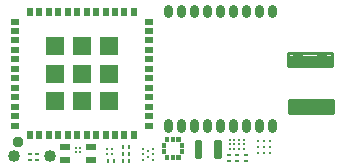
<source format=gbr>
G04 EAGLE Gerber RS-274X export*
G75*
%MOMM*%
%FSLAX34Y34*%
%LPD*%
%INSoldermask Top*%
%IPPOS*%
%AMOC8*
5,1,8,0,0,1.08239X$1,22.5*%
G01*
%ADD10R,0.250000X0.350000*%
%ADD11R,0.800000X0.500000*%
%ADD12R,0.500000X0.800000*%
%ADD13R,1.600000X1.600000*%
%ADD14R,0.280000X0.430000*%
%ADD15R,0.350000X0.250000*%
%ADD16R,0.430000X0.280000*%
%ADD17C,0.280000*%
%ADD18C,1.108000*%
%ADD19C,0.250000*%
%ADD20C,0.958000*%
%ADD21C,0.800000*%
%ADD22R,0.900000X0.500000*%
%ADD23C,0.240000*%
%ADD24C,0.240000*%
%ADD25C,0.200000*%
%ADD26C,1.016000*%
%ADD27C,0.031500*%


D10*
X107000Y4000D03*
X102000Y4000D03*
D11*
X10867Y122000D03*
X10867Y114000D03*
X10867Y106000D03*
X10867Y98000D03*
X10867Y90000D03*
X10867Y82000D03*
X10867Y74000D03*
X10867Y66000D03*
X10867Y58000D03*
X10867Y50000D03*
X10867Y42000D03*
X10867Y34000D03*
D12*
X23367Y26000D03*
X31367Y26000D03*
X39367Y26000D03*
X47367Y26000D03*
X55367Y26000D03*
X63367Y26000D03*
X71367Y26000D03*
X79367Y26000D03*
X87367Y26000D03*
X95367Y26000D03*
X103367Y26000D03*
X111367Y26000D03*
D11*
X123867Y34000D03*
X123867Y42000D03*
X123867Y50000D03*
X123867Y58000D03*
X123867Y66000D03*
X123867Y74000D03*
X123867Y82000D03*
X123867Y90000D03*
X123867Y98000D03*
X123867Y106000D03*
X123867Y114000D03*
X123867Y122000D03*
D12*
X111367Y130000D03*
X103367Y130000D03*
X95367Y130000D03*
X87367Y130000D03*
X79367Y130000D03*
X71367Y130000D03*
X63367Y130000D03*
X55367Y130000D03*
X47367Y130000D03*
X39367Y130000D03*
X31367Y130000D03*
X23367Y130000D03*
D13*
X44367Y101000D03*
X67367Y101000D03*
X90367Y101000D03*
X44367Y78000D03*
X67367Y78000D03*
X90367Y78000D03*
X44367Y55000D03*
X67367Y55000D03*
X90367Y55000D03*
D14*
X107050Y9500D03*
X101950Y9500D03*
X107050Y15500D03*
X101950Y15500D03*
D15*
X29550Y9600D03*
X29550Y4600D03*
D16*
X23250Y4500D03*
X23250Y9600D03*
D17*
X279600Y44400D02*
X279600Y55600D01*
X279600Y44400D02*
X242400Y44400D01*
X242400Y55600D01*
X279600Y55600D01*
X279600Y47060D02*
X242400Y47060D01*
X242400Y49720D02*
X279600Y49720D01*
X279600Y52380D02*
X242400Y52380D01*
X242400Y55040D02*
X279600Y55040D01*
D18*
X251000Y50000D03*
X271000Y50000D03*
D19*
X89000Y14000D03*
X93000Y14000D03*
X93000Y10000D03*
X89000Y10000D03*
D10*
X94500Y4000D03*
X89500Y4000D03*
D20*
X13500Y20000D03*
D21*
X140500Y32000D02*
X140500Y36000D01*
X151500Y36000D02*
X151500Y32000D01*
X162500Y32000D02*
X162500Y36000D01*
X173500Y36000D02*
X173500Y32000D01*
X184500Y32000D02*
X184500Y36000D01*
X195500Y36000D02*
X195500Y32000D01*
X206500Y32000D02*
X206500Y36000D01*
X217500Y36000D02*
X217500Y32000D01*
X228500Y32000D02*
X228500Y36000D01*
X228500Y129000D02*
X228500Y133000D01*
X217500Y133000D02*
X217500Y129000D01*
X206500Y129000D02*
X206500Y133000D01*
X195500Y133000D02*
X195500Y129000D01*
X184500Y129000D02*
X184500Y133000D01*
X173500Y133000D02*
X173500Y129000D01*
X162500Y129000D02*
X162500Y133000D01*
X151500Y133000D02*
X151500Y129000D01*
X140500Y129000D02*
X140500Y133000D01*
D17*
X241900Y95600D02*
X241900Y84400D01*
X241900Y95600D02*
X279100Y95600D01*
X279100Y84400D01*
X241900Y84400D01*
X241900Y87060D02*
X279100Y87060D01*
X279100Y89720D02*
X241900Y89720D01*
X241900Y92380D02*
X279100Y92380D01*
X279100Y95040D02*
X241900Y95040D01*
D18*
X270500Y90000D03*
X250500Y90000D03*
D22*
X53000Y16000D03*
X53000Y5000D03*
X75000Y16000D03*
X75000Y5000D03*
D19*
X226500Y20500D03*
X226500Y15500D03*
X226500Y10500D03*
X221500Y20500D03*
X221500Y15500D03*
X221500Y10500D03*
X216500Y20500D03*
X216500Y15500D03*
X216500Y10500D03*
X192500Y22000D03*
X196500Y22000D03*
X200500Y22000D03*
X204500Y22000D03*
X192500Y18000D03*
X196500Y18000D03*
X200500Y18000D03*
X204500Y18000D03*
X192500Y14000D03*
X196500Y14000D03*
X200500Y14000D03*
X204500Y14000D03*
D23*
X127750Y14500D03*
X127750Y9500D03*
X127750Y4500D03*
X123500Y12000D03*
X123500Y7000D03*
X119250Y14500D03*
X119250Y9500D03*
X119250Y4500D03*
D24*
X180450Y21109D02*
X184050Y21109D01*
X184050Y7391D01*
X180450Y7391D01*
X180450Y21109D01*
X180450Y9671D02*
X184050Y9671D01*
X184050Y11951D02*
X180450Y11951D01*
X180450Y14231D02*
X184050Y14231D01*
X184050Y16511D02*
X180450Y16511D01*
X180450Y18791D02*
X184050Y18791D01*
X184050Y21071D02*
X180450Y21071D01*
X167550Y21109D02*
X163950Y21109D01*
X167550Y21109D02*
X167550Y7391D01*
X163950Y7391D01*
X163950Y21109D01*
X163950Y9671D02*
X167550Y9671D01*
X167550Y11951D02*
X163950Y11951D01*
X163950Y14231D02*
X167550Y14231D01*
X167550Y16511D02*
X163950Y16511D01*
X163950Y18791D02*
X167550Y18791D01*
X167550Y21071D02*
X163950Y21071D01*
D15*
X191500Y4000D03*
X191500Y9000D03*
X199000Y4000D03*
X199000Y9000D03*
X206500Y4000D03*
X206500Y9000D03*
D25*
X62250Y14750D03*
X65750Y14750D03*
X65750Y11250D03*
X62250Y11250D03*
D26*
X10000Y8000D03*
X40500Y8000D03*
D27*
X150057Y10757D02*
X150057Y14243D01*
X153243Y14243D01*
X153243Y10757D01*
X150057Y10757D01*
X150057Y11056D02*
X153243Y11056D01*
X153243Y11355D02*
X150057Y11355D01*
X150057Y11654D02*
X153243Y11654D01*
X153243Y11953D02*
X150057Y11953D01*
X150057Y12252D02*
X153243Y12252D01*
X153243Y12551D02*
X150057Y12551D01*
X150057Y12850D02*
X153243Y12850D01*
X153243Y13149D02*
X150057Y13149D01*
X150057Y13448D02*
X153243Y13448D01*
X153243Y13747D02*
X150057Y13747D01*
X150057Y14046D02*
X153243Y14046D01*
X150057Y15757D02*
X150057Y19243D01*
X153243Y19243D01*
X153243Y15757D01*
X150057Y15757D01*
X150057Y16056D02*
X153243Y16056D01*
X153243Y16355D02*
X150057Y16355D01*
X150057Y16654D02*
X153243Y16654D01*
X153243Y16953D02*
X150057Y16953D01*
X150057Y17252D02*
X153243Y17252D01*
X153243Y17551D02*
X150057Y17551D01*
X150057Y17850D02*
X153243Y17850D01*
X153243Y18149D02*
X150057Y18149D01*
X150057Y18448D02*
X153243Y18448D01*
X153243Y18747D02*
X150057Y18747D01*
X150057Y19046D02*
X153243Y19046D01*
X147407Y20907D02*
X147407Y24393D01*
X150593Y24393D01*
X150593Y20907D01*
X147407Y20907D01*
X147407Y21206D02*
X150593Y21206D01*
X150593Y21505D02*
X147407Y21505D01*
X147407Y21804D02*
X150593Y21804D01*
X150593Y22103D02*
X147407Y22103D01*
X147407Y22402D02*
X150593Y22402D01*
X150593Y22701D02*
X147407Y22701D01*
X147407Y23000D02*
X150593Y23000D01*
X150593Y23299D02*
X147407Y23299D01*
X147407Y23598D02*
X150593Y23598D01*
X150593Y23897D02*
X147407Y23897D01*
X147407Y24196D02*
X150593Y24196D01*
X142407Y24393D02*
X142407Y20907D01*
X142407Y24393D02*
X145593Y24393D01*
X145593Y20907D01*
X142407Y20907D01*
X142407Y21206D02*
X145593Y21206D01*
X145593Y21505D02*
X142407Y21505D01*
X142407Y21804D02*
X145593Y21804D01*
X145593Y22103D02*
X142407Y22103D01*
X142407Y22402D02*
X145593Y22402D01*
X145593Y22701D02*
X142407Y22701D01*
X142407Y23000D02*
X145593Y23000D01*
X145593Y23299D02*
X142407Y23299D01*
X142407Y23598D02*
X145593Y23598D01*
X145593Y23897D02*
X142407Y23897D01*
X142407Y24196D02*
X145593Y24196D01*
X137407Y24393D02*
X137407Y20907D01*
X137407Y24393D02*
X140593Y24393D01*
X140593Y20907D01*
X137407Y20907D01*
X137407Y21206D02*
X140593Y21206D01*
X140593Y21505D02*
X137407Y21505D01*
X137407Y21804D02*
X140593Y21804D01*
X140593Y22103D02*
X137407Y22103D01*
X137407Y22402D02*
X140593Y22402D01*
X140593Y22701D02*
X137407Y22701D01*
X137407Y23000D02*
X140593Y23000D01*
X140593Y23299D02*
X137407Y23299D01*
X137407Y23598D02*
X140593Y23598D01*
X140593Y23897D02*
X137407Y23897D01*
X137407Y24196D02*
X140593Y24196D01*
X134757Y19243D02*
X134757Y15757D01*
X134757Y19243D02*
X137943Y19243D01*
X137943Y15757D01*
X134757Y15757D01*
X134757Y16056D02*
X137943Y16056D01*
X137943Y16355D02*
X134757Y16355D01*
X134757Y16654D02*
X137943Y16654D01*
X137943Y16953D02*
X134757Y16953D01*
X134757Y17252D02*
X137943Y17252D01*
X137943Y17551D02*
X134757Y17551D01*
X134757Y17850D02*
X137943Y17850D01*
X137943Y18149D02*
X134757Y18149D01*
X134757Y18448D02*
X137943Y18448D01*
X137943Y18747D02*
X134757Y18747D01*
X134757Y19046D02*
X137943Y19046D01*
X134757Y14243D02*
X134757Y10757D01*
X134757Y14243D02*
X137943Y14243D01*
X137943Y10757D01*
X134757Y10757D01*
X134757Y11056D02*
X137943Y11056D01*
X137943Y11355D02*
X134757Y11355D01*
X134757Y11654D02*
X137943Y11654D01*
X137943Y11953D02*
X134757Y11953D01*
X134757Y12252D02*
X137943Y12252D01*
X137943Y12551D02*
X134757Y12551D01*
X134757Y12850D02*
X137943Y12850D01*
X137943Y13149D02*
X134757Y13149D01*
X134757Y13448D02*
X137943Y13448D01*
X137943Y13747D02*
X134757Y13747D01*
X134757Y14046D02*
X137943Y14046D01*
X137407Y9093D02*
X137407Y5607D01*
X137407Y9093D02*
X140593Y9093D01*
X140593Y5607D01*
X137407Y5607D01*
X137407Y5906D02*
X140593Y5906D01*
X140593Y6205D02*
X137407Y6205D01*
X137407Y6504D02*
X140593Y6504D01*
X140593Y6803D02*
X137407Y6803D01*
X137407Y7102D02*
X140593Y7102D01*
X140593Y7401D02*
X137407Y7401D01*
X137407Y7700D02*
X140593Y7700D01*
X140593Y7999D02*
X137407Y7999D01*
X137407Y8298D02*
X140593Y8298D01*
X140593Y8597D02*
X137407Y8597D01*
X137407Y8896D02*
X140593Y8896D01*
X142407Y9093D02*
X142407Y5607D01*
X142407Y9093D02*
X145593Y9093D01*
X145593Y5607D01*
X142407Y5607D01*
X142407Y5906D02*
X145593Y5906D01*
X145593Y6205D02*
X142407Y6205D01*
X142407Y6504D02*
X145593Y6504D01*
X145593Y6803D02*
X142407Y6803D01*
X142407Y7102D02*
X145593Y7102D01*
X145593Y7401D02*
X142407Y7401D01*
X142407Y7700D02*
X145593Y7700D01*
X145593Y7999D02*
X142407Y7999D01*
X142407Y8298D02*
X145593Y8298D01*
X145593Y8597D02*
X142407Y8597D01*
X142407Y8896D02*
X145593Y8896D01*
X147407Y9093D02*
X147407Y5607D01*
X147407Y9093D02*
X150593Y9093D01*
X150593Y5607D01*
X147407Y5607D01*
X147407Y5906D02*
X150593Y5906D01*
X150593Y6205D02*
X147407Y6205D01*
X147407Y6504D02*
X150593Y6504D01*
X150593Y6803D02*
X147407Y6803D01*
X147407Y7102D02*
X150593Y7102D01*
X150593Y7401D02*
X147407Y7401D01*
X147407Y7700D02*
X150593Y7700D01*
X150593Y7999D02*
X147407Y7999D01*
X147407Y8298D02*
X150593Y8298D01*
X150593Y8597D02*
X147407Y8597D01*
X147407Y8896D02*
X150593Y8896D01*
M02*

</source>
